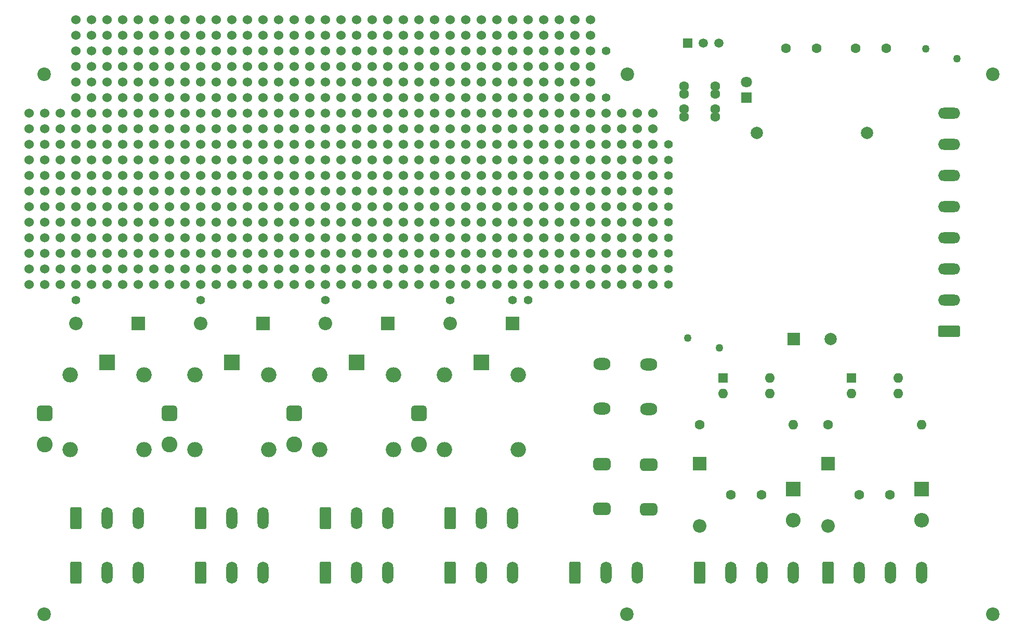
<source format=gts>
G04 #@! TF.GenerationSoftware,KiCad,Pcbnew,7.0.9*
G04 #@! TF.CreationDate,2024-10-14T21:56:28+02:00*
G04 #@! TF.ProjectId,unister,756e6973-7465-4722-9e6b-696361645f70,rev?*
G04 #@! TF.SameCoordinates,Original*
G04 #@! TF.FileFunction,Soldermask,Top*
G04 #@! TF.FilePolarity,Negative*
%FSLAX46Y46*%
G04 Gerber Fmt 4.6, Leading zero omitted, Abs format (unit mm)*
G04 Created by KiCad (PCBNEW 7.0.9) date 2024-10-14 21:56:28*
%MOMM*%
%LPD*%
G01*
G04 APERTURE LIST*
G04 Aperture macros list*
%AMRoundRect*
0 Rectangle with rounded corners*
0 $1 Rounding radius*
0 $2 $3 $4 $5 $6 $7 $8 $9 X,Y pos of 4 corners*
0 Add a 4 corners polygon primitive as box body*
4,1,4,$2,$3,$4,$5,$6,$7,$8,$9,$2,$3,0*
0 Add four circle primitives for the rounded corners*
1,1,$1+$1,$2,$3*
1,1,$1+$1,$4,$5*
1,1,$1+$1,$6,$7*
1,1,$1+$1,$8,$9*
0 Add four rect primitives between the rounded corners*
20,1,$1+$1,$2,$3,$4,$5,0*
20,1,$1+$1,$4,$5,$6,$7,0*
20,1,$1+$1,$6,$7,$8,$9,0*
20,1,$1+$1,$8,$9,$2,$3,0*%
G04 Aperture macros list end*
%ADD10R,2.000000X2.000000*%
%ADD11C,2.000000*%
%ADD12C,1.600000*%
%ADD13O,1.600000X1.600000*%
%ADD14C,1.524000*%
%ADD15R,2.200000X2.200000*%
%ADD16O,2.200000X2.200000*%
%ADD17C,1.270000*%
%ADD18C,1.400000*%
%ADD19RoundRect,0.250000X1.550000X-0.650000X1.550000X0.650000X-1.550000X0.650000X-1.550000X-0.650000X0*%
%ADD20O,3.600000X1.800000*%
%ADD21RoundRect,0.250000X-0.650000X-1.550000X0.650000X-1.550000X0.650000X1.550000X-0.650000X1.550000X0*%
%ADD22O,1.800000X3.600000*%
%ADD23R,1.500000X1.500000*%
%ADD24C,1.500000*%
%ADD25R,2.500000X2.500000*%
%ADD26O,2.500000X2.500000*%
%ADD27RoundRect,0.500000X0.900000X-0.500000X0.900000X0.500000X-0.900000X0.500000X-0.900000X-0.500000X0*%
%ADD28O,2.800000X2.000000*%
%ADD29C,2.200000*%
%ADD30R,2.400000X2.400000*%
%ADD31O,2.400000X2.400000*%
%ADD32R,1.800000X1.800000*%
%ADD33C,1.800000*%
%ADD34RoundRect,0.650000X-0.650000X0.650000X-0.650000X-0.650000X0.650000X-0.650000X0.650000X0.650000X0*%
%ADD35C,2.600000*%
%ADD36R,1.600000X1.600000*%
G04 APERTURE END LIST*
D10*
X188025000Y-97100000D03*
D11*
X194025000Y-97100000D03*
X182025000Y-63500000D03*
X200025000Y-63500000D03*
D12*
X193675000Y-111125000D03*
D13*
X208915000Y-111125000D03*
D14*
X66040000Y-75565000D03*
X68580000Y-65405000D03*
X68580000Y-60325000D03*
D15*
X193675000Y-117475000D03*
D16*
X193675000Y-127635000D03*
D17*
X170805000Y-96990000D03*
X175905000Y-98590000D03*
D18*
X167640000Y-78105000D03*
D14*
X68580000Y-62865000D03*
D15*
X81297500Y-94615000D03*
D16*
X71137500Y-94615000D03*
D15*
X172720000Y-117475000D03*
D16*
X172720000Y-127635000D03*
D14*
X68580000Y-67945000D03*
D19*
X213360000Y-95885000D03*
D20*
X213360000Y-90805000D03*
X213360000Y-85725000D03*
X213360000Y-80645000D03*
X213360000Y-75565000D03*
X213360000Y-70485000D03*
X213360000Y-65405000D03*
X213360000Y-60325000D03*
D14*
X63500000Y-83185000D03*
D21*
X152400000Y-135255000D03*
D22*
X157480000Y-135255000D03*
X162560000Y-135255000D03*
D18*
X111760000Y-90805000D03*
D14*
X66040000Y-60325000D03*
D23*
X170815000Y-48895000D03*
D24*
X173355000Y-48895000D03*
X175895000Y-48895000D03*
D12*
X182840000Y-122555000D03*
X177840000Y-122555000D03*
X203755000Y-122555000D03*
X198755000Y-122555000D03*
D14*
X68580000Y-73025000D03*
D18*
X167640000Y-83185000D03*
D25*
X96537500Y-100965000D03*
D26*
X90537500Y-102965000D03*
X90537500Y-115165000D03*
X102537500Y-115165000D03*
X102537500Y-102965000D03*
D27*
X164465000Y-124935000D03*
X164465000Y-117665000D03*
D28*
X164465000Y-108585000D03*
X164465000Y-101315000D03*
D21*
X132088750Y-126365000D03*
D22*
X137168750Y-126365000D03*
X142248750Y-126365000D03*
D14*
X66040000Y-65405000D03*
X63500000Y-62865000D03*
D18*
X157480000Y-57785000D03*
D29*
X161000000Y-54000000D03*
D21*
X132088750Y-135255000D03*
D22*
X137168750Y-135255000D03*
X142248750Y-135255000D03*
D12*
X203160000Y-49715000D03*
X198160000Y-49715000D03*
D14*
X68580000Y-75565000D03*
D18*
X157480000Y-50165000D03*
D14*
X63500000Y-75565000D03*
D15*
X121955000Y-94615000D03*
D16*
X111795000Y-94615000D03*
D18*
X167640000Y-85725000D03*
D30*
X187960000Y-121585000D03*
D31*
X187960000Y-126665000D03*
D14*
X68580000Y-85725000D03*
D18*
X167640000Y-73025000D03*
D14*
X66040000Y-70485000D03*
D29*
X66000000Y-54000000D03*
D14*
X68580000Y-88265000D03*
D25*
X116875000Y-100965000D03*
D26*
X110875000Y-102965000D03*
X110875000Y-115165000D03*
X122875000Y-115165000D03*
X122875000Y-102965000D03*
D14*
X66040000Y-83185000D03*
D25*
X76200000Y-100965000D03*
D26*
X70200000Y-102965000D03*
X70200000Y-115165000D03*
X82200000Y-115165000D03*
X82200000Y-102965000D03*
D25*
X137160000Y-100965000D03*
D26*
X131160000Y-102965000D03*
X131160000Y-115165000D03*
X143160000Y-115165000D03*
X143160000Y-102965000D03*
D14*
X68580000Y-78105000D03*
D18*
X71120000Y-90805000D03*
D14*
X66040000Y-73025000D03*
D27*
X156845000Y-124840000D03*
X156845000Y-117570000D03*
D28*
X156845000Y-108490000D03*
X156845000Y-101220000D03*
D14*
X63500000Y-80645000D03*
D18*
X167640000Y-80645000D03*
D14*
X66040000Y-67945000D03*
X66040000Y-85725000D03*
D32*
X180340000Y-57785000D03*
D33*
X180340000Y-55245000D03*
D14*
X63500000Y-65405000D03*
D21*
X91457500Y-126365000D03*
D22*
X96537500Y-126365000D03*
X101617500Y-126365000D03*
D34*
X127000000Y-109220000D03*
D35*
X127000000Y-114300000D03*
D29*
X220500000Y-142000000D03*
D18*
X167640000Y-70485000D03*
X142240000Y-90805000D03*
D21*
X111777500Y-126365000D03*
D22*
X116857500Y-126365000D03*
X121937500Y-126365000D03*
D14*
X68580000Y-83185000D03*
X63500000Y-88265000D03*
X157480000Y-62865000D03*
X160020000Y-62865000D03*
X162560000Y-62865000D03*
X165100000Y-62865000D03*
X157480000Y-65405000D03*
X160020000Y-65405000D03*
X162560000Y-65405000D03*
X165100000Y-65405000D03*
X157480000Y-67945000D03*
X160020000Y-67945000D03*
X162560000Y-67945000D03*
X165100000Y-67945000D03*
X157480000Y-70485000D03*
X160020000Y-70485000D03*
X162560000Y-70485000D03*
X165100000Y-70485000D03*
X157480000Y-73025000D03*
X160020000Y-73025000D03*
X162560000Y-73025000D03*
X165100000Y-73025000D03*
X157480000Y-75565000D03*
X160020000Y-75565000D03*
X162560000Y-75565000D03*
X165100000Y-75565000D03*
X157480000Y-78105000D03*
X160020000Y-78105000D03*
X162560000Y-78105000D03*
X165100000Y-78105000D03*
X157480000Y-80645000D03*
X160020000Y-80645000D03*
X162560000Y-80645000D03*
X165100000Y-80645000D03*
X157480000Y-83185000D03*
X160020000Y-83185000D03*
X71120000Y-45085000D03*
X162560000Y-83185000D03*
X73660000Y-45085000D03*
X165100000Y-83185000D03*
X76200000Y-45085000D03*
X157480000Y-85725000D03*
X78740000Y-45085000D03*
X160020000Y-85725000D03*
X81280000Y-45085000D03*
X162560000Y-85725000D03*
X83820000Y-45085000D03*
X165100000Y-85725000D03*
X86360000Y-45085000D03*
X157480000Y-88265000D03*
X88900000Y-45085000D03*
X160020000Y-88265000D03*
X91440000Y-45085000D03*
X162560000Y-88265000D03*
X93980000Y-45085000D03*
X165100000Y-88265000D03*
X96520000Y-45085000D03*
X99060000Y-45085000D03*
X101600000Y-45085000D03*
X104140000Y-45085000D03*
X106680000Y-45085000D03*
X109220000Y-45085000D03*
X111760000Y-45085000D03*
X114300000Y-45085000D03*
X116840000Y-45085000D03*
X119380000Y-45085000D03*
X121920000Y-45085000D03*
X124460000Y-45085000D03*
X127000000Y-45085000D03*
X129540000Y-45085000D03*
X132080000Y-45085000D03*
X134620000Y-45085000D03*
X137160000Y-45085000D03*
X139700000Y-45085000D03*
X142240000Y-45085000D03*
X144780000Y-45085000D03*
X147320000Y-45085000D03*
X149860000Y-45085000D03*
X152400000Y-45085000D03*
X154940000Y-45085000D03*
X71120000Y-47625000D03*
X73660000Y-47625000D03*
X76200000Y-47625000D03*
X78740000Y-47625000D03*
X81280000Y-47625000D03*
X83820000Y-47625000D03*
X86360000Y-47625000D03*
X88900000Y-47625000D03*
X91440000Y-47625000D03*
X93980000Y-47625000D03*
X96520000Y-47625000D03*
X99060000Y-47625000D03*
X101600000Y-47625000D03*
X104140000Y-47625000D03*
X106680000Y-47625000D03*
X109220000Y-47625000D03*
X111760000Y-47625000D03*
X114300000Y-47625000D03*
X116840000Y-47625000D03*
X119380000Y-47625000D03*
X121920000Y-47625000D03*
X124460000Y-47625000D03*
X127000000Y-47625000D03*
X129540000Y-47625000D03*
X132080000Y-47625000D03*
X134620000Y-47625000D03*
X137160000Y-47625000D03*
X139700000Y-47625000D03*
X142240000Y-47625000D03*
X144780000Y-47625000D03*
X147320000Y-47625000D03*
X149860000Y-47625000D03*
X152400000Y-47625000D03*
X154940000Y-47625000D03*
X71120000Y-50165000D03*
X73660000Y-50165000D03*
X76200000Y-50165000D03*
X78740000Y-50165000D03*
X81280000Y-50165000D03*
X83820000Y-50165000D03*
X86360000Y-50165000D03*
X88900000Y-50165000D03*
X91440000Y-50165000D03*
X93980000Y-50165000D03*
X96520000Y-50165000D03*
X99060000Y-50165000D03*
X101600000Y-50165000D03*
X104140000Y-50165000D03*
X106680000Y-50165000D03*
X109220000Y-50165000D03*
X111760000Y-50165000D03*
X114300000Y-50165000D03*
X116840000Y-50165000D03*
X119380000Y-50165000D03*
X121920000Y-50165000D03*
X124460000Y-50165000D03*
X127000000Y-50165000D03*
X129540000Y-50165000D03*
X132080000Y-50165000D03*
X134620000Y-50165000D03*
X137160000Y-50165000D03*
X139700000Y-50165000D03*
X142240000Y-50165000D03*
X144780000Y-50165000D03*
X147320000Y-50165000D03*
X149860000Y-50165000D03*
X152400000Y-50165000D03*
X154940000Y-50165000D03*
X71120000Y-52705000D03*
X73660000Y-52705000D03*
X76200000Y-52705000D03*
X78740000Y-52705000D03*
X81280000Y-52705000D03*
X83820000Y-52705000D03*
X86360000Y-52705000D03*
X88900000Y-52705000D03*
X91440000Y-52705000D03*
X93980000Y-52705000D03*
X96520000Y-52705000D03*
X99060000Y-52705000D03*
X101600000Y-52705000D03*
X104140000Y-52705000D03*
X106680000Y-52705000D03*
X109220000Y-52705000D03*
X111760000Y-52705000D03*
X114300000Y-52705000D03*
X116840000Y-52705000D03*
X119380000Y-52705000D03*
X121920000Y-52705000D03*
X124460000Y-52705000D03*
X127000000Y-52705000D03*
X129540000Y-52705000D03*
X132080000Y-52705000D03*
X134620000Y-52705000D03*
X137160000Y-52705000D03*
X139700000Y-52705000D03*
X142240000Y-52705000D03*
X144780000Y-52705000D03*
X147320000Y-52705000D03*
X149860000Y-52705000D03*
X152400000Y-52705000D03*
X154940000Y-52705000D03*
X71120000Y-55245000D03*
X73660000Y-55245000D03*
X76200000Y-55245000D03*
X78740000Y-55245000D03*
X81280000Y-55245000D03*
X83820000Y-55245000D03*
X86360000Y-55245000D03*
X88900000Y-55245000D03*
X91440000Y-55245000D03*
X93980000Y-55245000D03*
X96520000Y-55245000D03*
X99060000Y-55245000D03*
X101600000Y-55245000D03*
X104140000Y-55245000D03*
X106680000Y-55245000D03*
X109220000Y-55245000D03*
X111760000Y-55245000D03*
X114300000Y-55245000D03*
X116840000Y-55245000D03*
X119380000Y-55245000D03*
X121920000Y-55245000D03*
X124460000Y-55245000D03*
X127000000Y-55245000D03*
X129540000Y-55245000D03*
X132080000Y-55245000D03*
X134620000Y-55245000D03*
X137160000Y-55245000D03*
X139700000Y-55245000D03*
X142240000Y-55245000D03*
X144780000Y-55245000D03*
X147320000Y-55245000D03*
X149860000Y-55245000D03*
X152400000Y-55245000D03*
X154940000Y-55245000D03*
X71120000Y-57785000D03*
X73660000Y-57785000D03*
X76200000Y-57785000D03*
X78740000Y-57785000D03*
X81280000Y-57785000D03*
X83820000Y-57785000D03*
X86360000Y-57785000D03*
X88900000Y-57785000D03*
X91440000Y-57785000D03*
X93980000Y-57785000D03*
X96520000Y-57785000D03*
X99060000Y-57785000D03*
X101600000Y-57785000D03*
X104140000Y-57785000D03*
X106680000Y-57785000D03*
X109220000Y-57785000D03*
X111760000Y-57785000D03*
X114300000Y-57785000D03*
X116840000Y-57785000D03*
X119380000Y-57785000D03*
X121920000Y-57785000D03*
X124460000Y-57785000D03*
X127000000Y-57785000D03*
X129540000Y-57785000D03*
X132080000Y-57785000D03*
X134620000Y-57785000D03*
X137160000Y-57785000D03*
X139700000Y-57785000D03*
X142240000Y-57785000D03*
X144780000Y-57785000D03*
X147320000Y-57785000D03*
X149860000Y-57785000D03*
X152400000Y-57785000D03*
X154940000Y-57785000D03*
X71120000Y-60325000D03*
X73660000Y-60325000D03*
X76200000Y-60325000D03*
X78740000Y-60325000D03*
X81280000Y-60325000D03*
X83820000Y-60325000D03*
X86360000Y-60325000D03*
X88900000Y-60325000D03*
X91440000Y-60325000D03*
X93980000Y-60325000D03*
X96520000Y-60325000D03*
X99060000Y-60325000D03*
X101600000Y-60325000D03*
X104140000Y-60325000D03*
X106680000Y-60325000D03*
X109220000Y-60325000D03*
X111760000Y-60325000D03*
X114300000Y-60325000D03*
X116840000Y-60325000D03*
X119380000Y-60325000D03*
X121920000Y-60325000D03*
X124460000Y-60325000D03*
X127000000Y-60325000D03*
X129540000Y-60325000D03*
X132080000Y-60325000D03*
X134620000Y-60325000D03*
X137160000Y-60325000D03*
X139700000Y-60325000D03*
X142240000Y-60325000D03*
X144780000Y-60325000D03*
X147320000Y-60325000D03*
X149860000Y-60325000D03*
X152400000Y-60325000D03*
X154940000Y-60325000D03*
X71120000Y-62865000D03*
X73660000Y-62865000D03*
X76200000Y-62865000D03*
X78740000Y-62865000D03*
X81280000Y-62865000D03*
X83820000Y-62865000D03*
X86360000Y-62865000D03*
X88900000Y-62865000D03*
X91440000Y-62865000D03*
X93980000Y-62865000D03*
X96520000Y-62865000D03*
X99060000Y-62865000D03*
X101600000Y-62865000D03*
X104140000Y-62865000D03*
X106680000Y-62865000D03*
X109220000Y-62865000D03*
X111760000Y-62865000D03*
X114300000Y-62865000D03*
X116840000Y-62865000D03*
X119380000Y-62865000D03*
X121920000Y-62865000D03*
X124460000Y-62865000D03*
X127000000Y-62865000D03*
X129540000Y-62865000D03*
X132080000Y-62865000D03*
X134620000Y-62865000D03*
X137160000Y-62865000D03*
X139700000Y-62865000D03*
X142240000Y-62865000D03*
X144780000Y-62865000D03*
X147320000Y-62865000D03*
X149860000Y-62865000D03*
X152400000Y-62865000D03*
X154940000Y-62865000D03*
X71120000Y-65405000D03*
X73660000Y-65405000D03*
X76200000Y-65405000D03*
X78740000Y-65405000D03*
X81280000Y-65405000D03*
X83820000Y-65405000D03*
X86360000Y-65405000D03*
X88900000Y-65405000D03*
X91440000Y-65405000D03*
X93980000Y-65405000D03*
X96520000Y-65405000D03*
X99060000Y-65405000D03*
X101600000Y-65405000D03*
X104140000Y-65405000D03*
X106680000Y-65405000D03*
X109220000Y-65405000D03*
X111760000Y-65405000D03*
X114300000Y-65405000D03*
X116840000Y-65405000D03*
X119380000Y-65405000D03*
X121920000Y-65405000D03*
X124460000Y-65405000D03*
X127000000Y-65405000D03*
X129540000Y-65405000D03*
X132080000Y-65405000D03*
X134620000Y-65405000D03*
X137160000Y-65405000D03*
X139700000Y-65405000D03*
X142240000Y-65405000D03*
X144780000Y-65405000D03*
X147320000Y-65405000D03*
X149860000Y-65405000D03*
X152400000Y-65405000D03*
X154940000Y-65405000D03*
X71120000Y-67945000D03*
X73660000Y-67945000D03*
X76200000Y-67945000D03*
X78740000Y-67945000D03*
X81280000Y-67945000D03*
X83820000Y-67945000D03*
X86360000Y-67945000D03*
X88900000Y-67945000D03*
X91440000Y-67945000D03*
X93980000Y-67945000D03*
X96520000Y-67945000D03*
X99060000Y-67945000D03*
X101600000Y-67945000D03*
X104140000Y-67945000D03*
X106680000Y-67945000D03*
X109220000Y-67945000D03*
X111760000Y-67945000D03*
X114300000Y-67945000D03*
X116840000Y-67945000D03*
X119380000Y-67945000D03*
X121920000Y-67945000D03*
X124460000Y-67945000D03*
X127000000Y-67945000D03*
X129540000Y-67945000D03*
X132080000Y-67945000D03*
X134620000Y-67945000D03*
X137160000Y-67945000D03*
X139700000Y-67945000D03*
X142240000Y-67945000D03*
X144780000Y-67945000D03*
X147320000Y-67945000D03*
X149860000Y-67945000D03*
X152400000Y-67945000D03*
X154940000Y-67945000D03*
X71120000Y-70485000D03*
X73660000Y-70485000D03*
X76200000Y-70485000D03*
X78740000Y-70485000D03*
X81280000Y-70485000D03*
X83820000Y-70485000D03*
X86360000Y-70485000D03*
X88900000Y-70485000D03*
X91440000Y-70485000D03*
X93980000Y-70485000D03*
X96520000Y-70485000D03*
X99060000Y-70485000D03*
X101600000Y-70485000D03*
X104140000Y-70485000D03*
X106680000Y-70485000D03*
X109220000Y-70485000D03*
X111760000Y-70485000D03*
X114300000Y-70485000D03*
X116840000Y-70485000D03*
X119380000Y-70485000D03*
X121920000Y-70485000D03*
X124460000Y-70485000D03*
X127000000Y-70485000D03*
X129540000Y-70485000D03*
X132080000Y-70485000D03*
X134620000Y-70485000D03*
X137160000Y-70485000D03*
X139700000Y-70485000D03*
X142240000Y-70485000D03*
X144780000Y-70485000D03*
X147320000Y-70485000D03*
X149860000Y-70485000D03*
X152400000Y-70485000D03*
X154940000Y-70485000D03*
X71120000Y-73025000D03*
X73660000Y-73025000D03*
X76200000Y-73025000D03*
X78740000Y-73025000D03*
X81280000Y-73025000D03*
X83820000Y-73025000D03*
X86360000Y-73025000D03*
X88900000Y-73025000D03*
X91440000Y-73025000D03*
X93980000Y-73025000D03*
X96520000Y-73025000D03*
X99060000Y-73025000D03*
X101600000Y-73025000D03*
X104140000Y-73025000D03*
X106680000Y-73025000D03*
X109220000Y-73025000D03*
X111760000Y-73025000D03*
X114300000Y-73025000D03*
X116840000Y-73025000D03*
X119380000Y-73025000D03*
X121920000Y-73025000D03*
X124460000Y-73025000D03*
X127000000Y-73025000D03*
X129540000Y-73025000D03*
X132080000Y-73025000D03*
X134620000Y-73025000D03*
X137160000Y-73025000D03*
X139700000Y-73025000D03*
X142240000Y-73025000D03*
X144780000Y-73025000D03*
X147320000Y-73025000D03*
X149860000Y-73025000D03*
X152400000Y-73025000D03*
X154940000Y-73025000D03*
X71120000Y-75565000D03*
X73660000Y-75565000D03*
X76200000Y-75565000D03*
X78740000Y-75565000D03*
X81280000Y-75565000D03*
X83820000Y-75565000D03*
X86360000Y-75565000D03*
X88900000Y-75565000D03*
X91440000Y-75565000D03*
X93980000Y-75565000D03*
X96520000Y-75565000D03*
X99060000Y-75565000D03*
X101600000Y-75565000D03*
X104140000Y-75565000D03*
X106680000Y-75565000D03*
X109220000Y-75565000D03*
X111760000Y-75565000D03*
X114300000Y-75565000D03*
X116840000Y-75565000D03*
X119380000Y-75565000D03*
X121920000Y-75565000D03*
X124460000Y-75565000D03*
X127000000Y-75565000D03*
X129540000Y-75565000D03*
X132080000Y-75565000D03*
X134620000Y-75565000D03*
X137160000Y-75565000D03*
X139700000Y-75565000D03*
X142240000Y-75565000D03*
X144780000Y-75565000D03*
X147320000Y-75565000D03*
X149860000Y-75565000D03*
X152400000Y-75565000D03*
X154940000Y-75565000D03*
X71120000Y-78105000D03*
X73660000Y-78105000D03*
X76200000Y-78105000D03*
X78740000Y-78105000D03*
X81280000Y-78105000D03*
X83820000Y-78105000D03*
X86360000Y-78105000D03*
X88900000Y-78105000D03*
X91440000Y-78105000D03*
X93980000Y-78105000D03*
X96520000Y-78105000D03*
X99060000Y-78105000D03*
X101600000Y-78105000D03*
X104140000Y-78105000D03*
X106680000Y-78105000D03*
X109220000Y-78105000D03*
X111760000Y-78105000D03*
X114300000Y-78105000D03*
X116840000Y-78105000D03*
X119380000Y-78105000D03*
X121920000Y-78105000D03*
X124460000Y-78105000D03*
X127000000Y-78105000D03*
X129540000Y-78105000D03*
X132080000Y-78105000D03*
X134620000Y-78105000D03*
X137160000Y-78105000D03*
X139700000Y-78105000D03*
X142240000Y-78105000D03*
X144780000Y-78105000D03*
X147320000Y-78105000D03*
X149860000Y-78105000D03*
X152400000Y-78105000D03*
X154940000Y-78105000D03*
X71120000Y-80645000D03*
X73660000Y-80645000D03*
X76200000Y-80645000D03*
X78740000Y-80645000D03*
X81280000Y-80645000D03*
X83820000Y-80645000D03*
X86360000Y-80645000D03*
X88900000Y-80645000D03*
X91440000Y-80645000D03*
X93980000Y-80645000D03*
X96520000Y-80645000D03*
X99060000Y-80645000D03*
X101600000Y-80645000D03*
X104140000Y-80645000D03*
X106680000Y-80645000D03*
X109220000Y-80645000D03*
X111760000Y-80645000D03*
X114300000Y-80645000D03*
X116840000Y-80645000D03*
X119380000Y-80645000D03*
X121920000Y-80645000D03*
X124460000Y-80645000D03*
X127000000Y-80645000D03*
X129540000Y-80645000D03*
X132080000Y-80645000D03*
X134620000Y-80645000D03*
X137160000Y-80645000D03*
X139700000Y-80645000D03*
X142240000Y-80645000D03*
X144780000Y-80645000D03*
X147320000Y-80645000D03*
X149860000Y-80645000D03*
X152400000Y-80645000D03*
X154940000Y-80645000D03*
X71120000Y-83185000D03*
X73660000Y-83185000D03*
X76200000Y-83185000D03*
X78740000Y-83185000D03*
X81280000Y-83185000D03*
X83820000Y-83185000D03*
X86360000Y-83185000D03*
X88900000Y-83185000D03*
X91440000Y-83185000D03*
X93980000Y-83185000D03*
X96520000Y-83185000D03*
X99060000Y-83185000D03*
X101600000Y-83185000D03*
X104140000Y-83185000D03*
X106680000Y-83185000D03*
X109220000Y-83185000D03*
X111760000Y-83185000D03*
X114300000Y-83185000D03*
X116840000Y-83185000D03*
X119380000Y-83185000D03*
X121920000Y-83185000D03*
X124460000Y-83185000D03*
X127000000Y-83185000D03*
X129540000Y-83185000D03*
X132080000Y-83185000D03*
X134620000Y-83185000D03*
X137160000Y-83185000D03*
X139700000Y-83185000D03*
X142240000Y-83185000D03*
X144780000Y-83185000D03*
X147320000Y-83185000D03*
X149860000Y-83185000D03*
X152400000Y-83185000D03*
X154940000Y-83185000D03*
X71120000Y-85725000D03*
X73660000Y-85725000D03*
X76200000Y-85725000D03*
X78740000Y-85725000D03*
X81280000Y-85725000D03*
X83820000Y-85725000D03*
X86360000Y-85725000D03*
X88900000Y-85725000D03*
X91440000Y-85725000D03*
X93980000Y-85725000D03*
X96520000Y-85725000D03*
X99060000Y-85725000D03*
X101600000Y-85725000D03*
X104140000Y-85725000D03*
X106680000Y-85725000D03*
X109220000Y-85725000D03*
X111760000Y-85725000D03*
X114300000Y-85725000D03*
X116840000Y-85725000D03*
X119380000Y-85725000D03*
X121920000Y-85725000D03*
X124460000Y-85725000D03*
X127000000Y-85725000D03*
X129540000Y-85725000D03*
X132080000Y-85725000D03*
X134620000Y-85725000D03*
X137160000Y-85725000D03*
X139700000Y-85725000D03*
X142240000Y-85725000D03*
X144780000Y-85725000D03*
X147320000Y-85725000D03*
X149860000Y-85725000D03*
X152400000Y-85725000D03*
X154940000Y-85725000D03*
X71120000Y-88265000D03*
X73660000Y-88265000D03*
X76200000Y-88265000D03*
X78740000Y-88265000D03*
X81280000Y-88265000D03*
X83820000Y-88265000D03*
X86360000Y-88265000D03*
X88900000Y-88265000D03*
X91440000Y-88265000D03*
X93980000Y-88265000D03*
X96520000Y-88265000D03*
X99060000Y-88265000D03*
X101600000Y-88265000D03*
X104140000Y-88265000D03*
X106680000Y-88265000D03*
X109220000Y-88265000D03*
X111760000Y-88265000D03*
X114300000Y-88265000D03*
X116840000Y-88265000D03*
X119380000Y-88265000D03*
X121920000Y-88265000D03*
X124460000Y-88265000D03*
X127000000Y-88265000D03*
X129540000Y-88265000D03*
X132080000Y-88265000D03*
X134620000Y-88265000D03*
X137160000Y-88265000D03*
X139700000Y-88265000D03*
X142240000Y-88265000D03*
X144780000Y-88265000D03*
X147320000Y-88265000D03*
X149860000Y-88265000D03*
X152400000Y-88265000D03*
X154940000Y-88265000D03*
X157480000Y-60325000D03*
X160020000Y-60325000D03*
X162560000Y-60325000D03*
X165100000Y-60325000D03*
D21*
X193675000Y-135255000D03*
D22*
X198755000Y-135255000D03*
X203835000Y-135255000D03*
X208915000Y-135255000D03*
D14*
X63500000Y-60325000D03*
D12*
X191770000Y-49715000D03*
X186770000Y-49715000D03*
D14*
X63500000Y-70485000D03*
X66040000Y-88265000D03*
D12*
X170180000Y-60920000D03*
X170180000Y-59670000D03*
X170180000Y-57170000D03*
X170180000Y-55920000D03*
D15*
X142248750Y-94615000D03*
D16*
X132088750Y-94615000D03*
D18*
X132080000Y-90805000D03*
D14*
X68580000Y-70485000D03*
D18*
X91440000Y-90805000D03*
D34*
X86360000Y-109220000D03*
D35*
X86360000Y-114300000D03*
D14*
X66040000Y-80645000D03*
X66040000Y-62865000D03*
D36*
X197485000Y-103505000D03*
D13*
X197485000Y-106045000D03*
X205105000Y-106045000D03*
X205105000Y-103505000D03*
D21*
X91457500Y-135255000D03*
D22*
X96537500Y-135255000D03*
X101617500Y-135255000D03*
D21*
X71137500Y-126365000D03*
D22*
X76217500Y-126365000D03*
X81297500Y-126365000D03*
D17*
X214630000Y-51435000D03*
X209530000Y-49835000D03*
D29*
X160900000Y-142000000D03*
D14*
X63500000Y-85725000D03*
D18*
X167640000Y-75565000D03*
D34*
X66040000Y-109220000D03*
D35*
X66040000Y-114300000D03*
D29*
X66000000Y-142000000D03*
D21*
X172720000Y-135255000D03*
D22*
X177800000Y-135255000D03*
X182880000Y-135255000D03*
X187960000Y-135255000D03*
D14*
X63500000Y-73025000D03*
D29*
X220500000Y-54000000D03*
D18*
X167640000Y-88265000D03*
D21*
X71137500Y-135255000D03*
D22*
X76217500Y-135255000D03*
X81297500Y-135255000D03*
D34*
X106697500Y-109220000D03*
D35*
X106697500Y-114300000D03*
D36*
X176540000Y-103500000D03*
D13*
X176540000Y-106040000D03*
X184160000Y-106040000D03*
X184160000Y-103500000D03*
D18*
X144780000Y-90805000D03*
D12*
X175260000Y-60920000D03*
X175260000Y-59670000D03*
X175260000Y-57170000D03*
X175260000Y-55920000D03*
D21*
X111777500Y-135255000D03*
D22*
X116857500Y-135255000D03*
X121937500Y-135255000D03*
D12*
X172720000Y-111125000D03*
D13*
X187960000Y-111125000D03*
D14*
X63500000Y-78105000D03*
X63500000Y-67945000D03*
D18*
X167640000Y-65405000D03*
X167640000Y-67945000D03*
D14*
X68580000Y-80645000D03*
D15*
X101617500Y-94615000D03*
D16*
X91457500Y-94615000D03*
D14*
X66040000Y-78105000D03*
D30*
X208915000Y-121585000D03*
D31*
X208915000Y-126665000D03*
M02*

</source>
